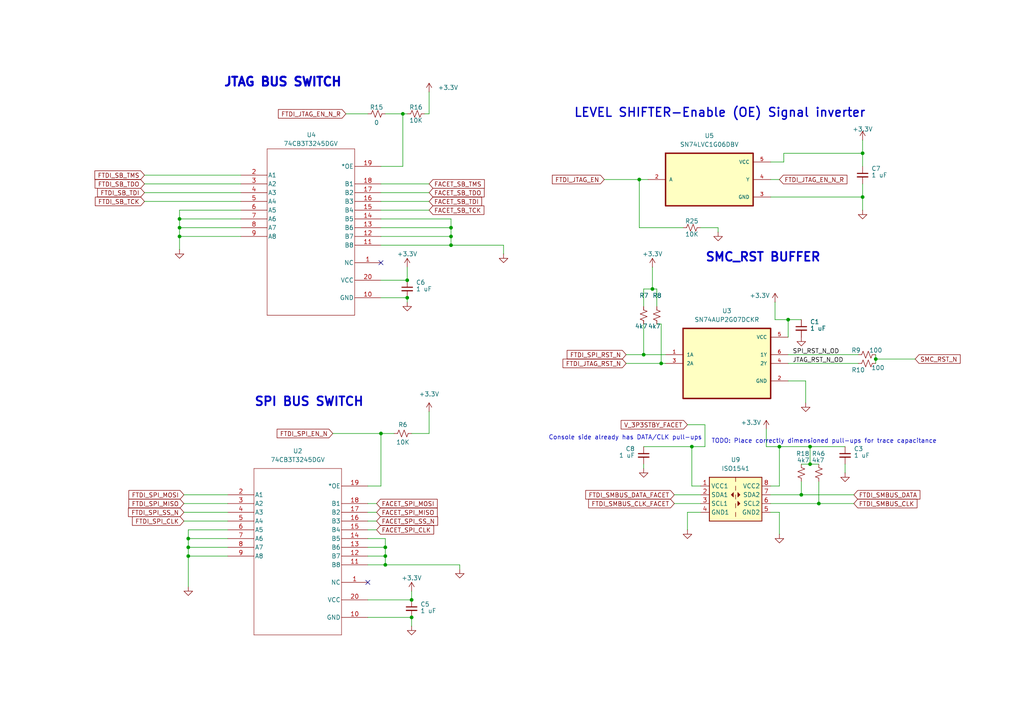
<source format=kicad_sch>
(kicad_sch (version 20250114) (generator "eeschema") (generator_version "9.0")
  (paper "A4")
  (lib_symbols
    (symbol "2024-05-02_01-26-28:SN74CB3T3245DGVR" (pin_names (offset 0.254))
      (property "Reference" "U" (at 20.32 10.16 0))
      (property "Value" "SN74CB3T3245DGVR" (at 20.32 7.62 0))
      (symbol "SN74CB3T3245DGVR_0_1"
        (polyline (pts (xy 7.62 5.08) (xy 7.62 -43.18)) (stroke (width 0.127)))
        (polyline (pts (xy 7.62 -43.18) (xy 33.02 -43.18)) (stroke (width 0.127)))
        (polyline (pts (xy 33.02 5.08) (xy 7.62 5.08)) (stroke (width 0.127)))
        (polyline (pts (xy 33.02 -43.18) (xy 33.02 5.08)) (stroke (width 0.127)))
        (pin input line (at 0 0 0) (length 7.62) (name "*OE") (number "19"))
        (pin bidirectional line (at 0 -5.08 0) (length 7.62) (name "B1") (number "18"))
        (pin bidirectional line (at 0 -7.62 0) (length 7.62) (name "B2") (number "17"))
        (pin bidirectional line (at 0 -10.16 0) (length 7.62) (name "B3") (number "16"))
        (pin bidirectional line (at 0 -12.7 0) (length 7.62) (name "B4") (number "15"))
        (pin bidirectional line (at 0 -15.24 0) (length 7.62) (name "B5") (number "14"))
        (pin bidirectional line (at 0 -17.78 0) (length 7.62) (name "B6") (number "13"))
        (pin bidirectional line (at 0 -20.32 0) (length 7.62) (name "B7") (number "12"))
        (pin bidirectional line (at 0 -22.86 0) (length 7.62) (name "B8") (number "11"))
        (pin unspecified line (at 0 -27.94 0) (length 7.62) (name "NC") (number "1"))
        (pin power_in line (at 0 -33.02 0) (length 7.62) (name "VCC") (number "20"))
        (pin power_in line (at 0 -38.1 0) (length 7.62) (name "GND") (number "10"))
        (pin bidirectional line (at 40.64 -2.54 180) (length 7.62) (name "A1") (number "2"))
        (pin bidirectional line (at 40.64 -5.08 180) (length 7.62) (name "A2") (number "3"))
        (pin bidirectional line (at 40.64 -7.62 180) (length 7.62) (name "A3") (number "4"))
        (pin bidirectional line (at 40.64 -10.16 180) (length 7.62) (name "A4") (number "5"))
        (pin bidirectional line (at 40.64 -12.7 180) (length 7.62) (name "A5") (number "6"))
        (pin bidirectional line (at 40.64 -15.24 180) (length 7.62) (name "A6") (number "7"))
        (pin bidirectional line (at 40.64 -17.78 180) (length 7.62) (name "A7") (number "8"))
        (pin bidirectional line (at 40.64 -20.32 180) (length 7.62) (name "A8") (number "9"))
      )
    )
    (symbol "Device:C_Small" (pin_numbers (hide yes)) (pin_names (offset 0.254) (hide yes))
      (property "Reference" "C" (at 0.254 1.778 0))
      (property "Value" "C_Small" (at 0.254 -2.032 0))
      (symbol "C_Small_0_1"
        (polyline (pts (xy -1.524 0.508) (xy 1.524 0.508)) (stroke (width 0.3048)))
        (polyline (pts (xy -1.524 -0.508) (xy 1.524 -0.508)) (stroke (width 0.3302)))
      )
      (symbol "C_Small_1_1"
        (pin passive line (at 0 2.54 270) (length 2.032) (name "~") (number "1"))
        (pin passive line (at 0 -2.54 90) (length 2.032) (name "~") (number "2"))
      )
    )
    (symbol "Device:R_Small_US" (pin_numbers (hide yes)) (pin_names (offset 0.254) (hide yes))
      (property "Reference" "R" (at 0.762 0.508 0))
      (property "Value" "R_Small_US" (at 0.762 -1.016 0))
      (symbol "R_Small_US_1_1"
        (polyline (pts (xy 0 1.524) (xy 1.016 1.143) (xy 0 0.762) (xy -1.016 0.381) (xy 0 0)))
        (polyline (pts (xy 0 0) (xy 1.016 -0.381) (xy 0 -0.762) (xy -1.016 -1.143) (xy 0 -1.524)))
        (pin passive line (at 0 2.54 270) (length 1.016) (name "~") (number "1"))
        (pin passive line (at 0 -2.54 90) (length 1.016) (name "~") (number "2"))
      )
    )
    (symbol "Isolator:ISO1541"
      (property "Reference" "U" (at -6.35 6.35 0))
      (property "Value" "ISO1541" (at 3.81 6.35 0))
      (symbol "ISO1541_0_1"
        (rectangle (start -7.62 5.08) (end 7.62 -7.62) (stroke (width 0.254)) (fill (type background)))
        (polyline (pts (xy -0.635 0.635) (xy -1.27 0) (xy -0.635 -0.635) (xy -0.635 0.635)) (fill (type outline)))
        (polyline (pts (xy 0 5.08) (xy 0 3.81)))
        (polyline (pts (xy 0 2.54) (xy 0 1.27)))
        (polyline (pts (xy 0 0) (xy 0 -1.27)))
        (polyline (pts (xy 0 -2.54) (xy 0 -3.81)))
        (rectangle (start 0 -5.08) (end 0 -6.35))
        (polyline (pts (xy 0.635 0.635) (xy 1.27 0) (xy 0.635 -0.635) (xy 0.635 0.635)) (fill (type outline)))
        (polyline (pts (xy 0.635 -1.905) (xy 1.27 -2.54) (xy 0.635 -3.175) (xy 0.635 -1.905)) (fill (type outline)))
      )
      (symbol "ISO1541_1_1"
        (pin power_in line (at -10.16 2.54 0) (length 2.54) (name "VCC1") (number "1"))
        (pin bidirectional line (at -10.16 0 0) (length 2.54) (name "SDA1") (number "2"))
        (pin input line (at -10.16 -2.54 0) (length 2.54) (name "SCL1") (number "3"))
        (pin power_in line (at -10.16 -5.08 0) (length 2.54) (name "GND1") (number "4"))
        (pin power_in line (at 10.16 2.54 180) (length 2.54) (name "VCC2") (number "8"))
        (pin bidirectional line (at 10.16 0 180) (length 2.54) (name "SDA2") (number "7"))
        (pin output line (at 10.16 -2.54 180) (length 2.54) (name "SCL2") (number "6"))
        (pin power_in line (at 10.16 -5.08 180) (length 2.54) (name "GND2") (number "5"))
      )
    )
    (symbol "SN74AUP2G07DCKR:SN74AUP2G07DCKR" (pin_names (offset 1.016))
      (property "Reference" "U" (at -12.7 11.16 0))
      (property "Value" "SN74AUP2G07DCKR" (at -12.7 -14.16 0))
      (symbol "SN74AUP2G07DCKR_0_0"
        (rectangle (start -12.7 -10.16) (end 12.7 10.16) (stroke (width 0.41)) (fill (type background)))
        (pin input line (at -17.78 2.54 0) (length 5.08) (name "1A") (number "1"))
        (pin input line (at -17.78 0 0) (length 5.08) (name "2A") (number "3"))
        (pin power_in line (at 17.78 7.62 180) (length 5.08) (name "VCC") (number "5"))
        (pin output line (at 17.78 2.54 180) (length 5.08) (name "1Y") (number "6"))
        (pin output line (at 17.78 0 180) (length 5.08) (name "2Y") (number "4"))
        (pin power_in line (at 17.78 -5.08 180) (length 5.08) (name "GND") (number "2"))
      )
    )
    (symbol "SN74LVC1G06DCKR:SN74LVC1G06DCKR" (pin_names (offset 1.016))
      (property "Reference" "U" (at -12.7 8.62 0))
      (property "Value" "SN74LVC1G06DCKR" (at -12.7 -11.62 0))
      (symbol "SN74LVC1G06DCKR_0_0"
        (rectangle (start -12.7 -7.62) (end 12.7 7.62) (stroke (width 0.41)) (fill (type background)))
        (pin input line (at -17.78 0 0) (length 5.08) (name "A") (number "2"))
        (pin power_in line (at 17.78 5.08 180) (length 5.08) (name "VCC") (number "5"))
        (pin output line (at 17.78 0 180) (length 5.08) (name "Y") (number "4"))
        (pin power_in line (at 17.78 -5.08 180) (length 5.08) (name "GND") (number "3"))
      )
    )
    (symbol "power:+3.3V" (power) (pin_numbers (hide yes)) (pin_names (offset 0) (hide yes))
      (property "Value" "+3.3V" (at 0 3.556 0))
      (symbol "+3.3V_0_1"
        (polyline (pts (xy -0.762 1.27) (xy 0 2.54)))
        (polyline (pts (xy 0 2.54) (xy 0.762 1.27)))
        (polyline (pts (xy 0 0) (xy 0 2.54)))
      )
      (symbol "+3.3V_1_1"
        (pin power_in line (at 0 0 90) (length 0) (name "~") (number "1"))
      )
    )
    (symbol "power:GND" (power) (pin_numbers (hide yes)) (pin_names (offset 0) (hide yes))
      (property "Value" "GND" (at 0 -3.81 0))
      (symbol "GND_0_1"
        (polyline (pts (xy 0 0) (xy 0 -1.27) (xy 1.27 -1.27) (xy 0 -2.54) (xy -1.27 -1.27) (xy 0 -1.27)))
      )
      (symbol "GND_1_1"
        (pin power_in line (at 0 0 270) (length 0) (name "~") (number "1"))
      )
    )
  )
  (text "SMC_RST BUFFER" (at 204.47 76.2 0) (effects (font (size 2.54 2.54) (bold yes)) (justify left bottom)))
  (text "SPI BUS SWITCH" (at 73.66 118.11 0) (effects (font (size 2.54 2.54) (bold yes)) (justify left bottom)))
  (text "TODO: Place correctly dimensioned pull-ups for trace capacitance" (at 239.014 128.016 0) (effects (font (size 1.27 1.27))))
  (text "LEVEL SHIFTER-Enable (OE) Signal inverter" (at 166.37 34.29 0) (effects (font (size 2.54 2.54) (thickness 0.4) (bold yes)) (justify left bottom)))
  (text "JTAG BUS SWITCH" (at 64.77 25.4 0) (effects (font (size 2.54 2.54) (thickness 0.6) (bold yes)) (justify left bottom)))
  (text "Console side already has DATA/CLK pull-ups" (at 181.356 127 0) (effects (font (size 1.27 1.27))))
  (junction (at 234.95 129.54))
  (junction (at 52.07 63.5))
  (junction (at 119.38 173.99))
  (junction (at 116.84 33.02))
  (junction (at 110.49 125.73))
  (junction (at 52.07 66.04))
  (junction (at 111.76 161.29))
  (junction (at 130.81 68.58))
  (junction (at 111.76 158.75))
  (junction (at 226.06 129.54))
  (junction (at 54.61 158.75))
  (junction (at 186.69 102.87))
  (junction (at 232.41 143.51))
  (junction (at 119.38 179.07))
  (junction (at 130.81 66.04))
  (junction (at 237.49 146.05))
  (junction (at 54.61 161.29))
  (junction (at 54.61 156.21))
  (junction (at 130.81 71.12))
  (junction (at 228.6 92.71))
  (junction (at 118.11 86.36))
  (junction (at 111.76 163.83))
  (junction (at 200.66 129.54))
  (junction (at 234.95 134.62))
  (junction (at 254 104.14))
  (junction (at 185.42 52.07))
  (junction (at 250.19 44.45))
  (junction (at 189.23 83.82))
  (junction (at 250.19 57.15))
  (junction (at 118.11 81.28))
  (junction (at 52.07 68.58))
  (junction (at 191.77 105.41))
  (no_connect (at 106.68 168.91))
  (no_connect (at 110.49 76.2))
  (wire (pts (xy 54.61 156.21) (xy 54.61 153.67)))
  (wire (pts (xy 234.95 129.54) (xy 234.95 134.62)))
  (wire (pts (xy 250.19 53.34) (xy 250.19 57.15)))
  (wire (pts (xy 186.69 93.98) (xy 186.69 102.87)))
  (wire (pts (xy 234.95 134.62) (xy 237.49 134.62)))
  (wire (pts (xy 119.38 125.73) (xy 124.46 125.73)))
  (wire (pts (xy 106.68 156.21) (xy 111.76 156.21)))
  (wire (pts (xy 191.77 93.98) (xy 190.5 93.98)))
  (wire (pts (xy 110.49 71.12) (xy 130.81 71.12)))
  (wire (pts (xy 254 104.14) (xy 254 105.41)))
  (wire (pts (xy 204.47 129.54) (xy 200.66 129.54)))
  (wire (pts (xy 223.52 143.51) (xy 232.41 143.51)))
  (wire (pts (xy 228.6 102.87) (xy 248.92 102.87)))
  (wire (pts (xy 250.19 57.15) (xy 250.19 60.96)))
  (wire (pts (xy 110.49 63.5) (xy 130.81 63.5)))
  (wire (pts (xy 130.81 63.5) (xy 130.81 66.04)))
  (wire (pts (xy 175.26 52.07) (xy 185.42 52.07)))
  (wire (pts (xy 237.49 139.7) (xy 237.49 146.05)))
  (wire (pts (xy 53.34 148.59) (xy 66.04 148.59)))
  (wire (pts (xy 186.69 83.82) (xy 189.23 83.82)))
  (wire (pts (xy 226.06 148.59) (xy 226.06 154.94)))
  (wire (pts (xy 223.52 148.59) (xy 226.06 148.59)))
  (wire (pts (xy 110.49 140.97) (xy 110.49 125.73)))
  (wire (pts (xy 124.46 33.02) (xy 124.46 26.67)))
  (wire (pts (xy 52.07 68.58) (xy 69.85 68.58)))
  (wire (pts (xy 223.52 57.15) (xy 250.19 57.15)))
  (wire (pts (xy 224.79 92.71) (xy 228.6 92.71)))
  (wire (pts (xy 54.61 156.21) (xy 54.61 158.75)))
  (wire (pts (xy 208.28 66.04) (xy 208.28 67.31)))
  (wire (pts (xy 106.68 163.83) (xy 111.76 163.83)))
  (wire (pts (xy 53.34 146.05) (xy 66.04 146.05)))
  (wire (pts (xy 110.49 60.96) (xy 124.46 60.96)))
  (wire (pts (xy 53.34 151.13) (xy 66.04 151.13)))
  (wire (pts (xy 110.49 55.88) (xy 124.46 55.88)))
  (wire (pts (xy 186.69 88.9) (xy 186.69 83.82)))
  (wire (pts (xy 224.79 87.63) (xy 224.79 92.71)))
  (wire (pts (xy 119.38 171.45) (xy 119.38 173.99)))
  (wire (pts (xy 130.81 71.12) (xy 130.81 68.58)))
  (wire (pts (xy 54.61 161.29) (xy 66.04 161.29)))
  (wire (pts (xy 204.47 123.19) (xy 204.47 129.54)))
  (wire (pts (xy 118.11 87.63) (xy 118.11 86.36)))
  (wire (pts (xy 186.69 134.62) (xy 186.69 135.89)))
  (wire (pts (xy 52.07 63.5) (xy 52.07 66.04)))
  (wire (pts (xy 222.25 129.54) (xy 226.06 129.54)))
  (wire (pts (xy 96.52 125.73) (xy 110.49 125.73)))
  (wire (pts (xy 111.76 156.21) (xy 111.76 158.75)))
  (wire (pts (xy 106.68 161.29) (xy 111.76 161.29)))
  (wire (pts (xy 186.69 102.87) (xy 193.04 102.87)))
  (wire (pts (xy 228.6 92.71) (xy 228.6 97.79)))
  (wire (pts (xy 250.19 48.26) (xy 250.19 44.45)))
  (wire (pts (xy 116.84 48.26) (xy 116.84 33.02)))
  (wire (pts (xy 189.23 77.47) (xy 189.23 83.82)))
  (wire (pts (xy 118.11 77.47) (xy 118.11 81.28)))
  (wire (pts (xy 227.33 44.45) (xy 227.33 46.99)))
  (wire (pts (xy 41.91 58.42) (xy 69.85 58.42)))
  (wire (pts (xy 227.33 46.99) (xy 223.52 46.99)))
  (wire (pts (xy 223.52 146.05) (xy 237.49 146.05)))
  (wire (pts (xy 226.06 129.54) (xy 234.95 129.54)))
  (wire (pts (xy 245.11 134.62) (xy 245.11 137.16)))
  (wire (pts (xy 133.35 163.83) (xy 133.35 165.1)))
  (wire (pts (xy 110.49 66.04) (xy 130.81 66.04)))
  (wire (pts (xy 191.77 105.41) (xy 193.04 105.41)))
  (wire (pts (xy 195.58 143.51) (xy 203.2 143.51)))
  (wire (pts (xy 185.42 52.07) (xy 187.96 52.07)))
  (wire (pts (xy 191.77 93.98) (xy 191.77 105.41)))
  (wire (pts (xy 110.49 53.34) (xy 124.46 53.34)))
  (wire (pts (xy 222.25 124.46) (xy 222.25 129.54)))
  (wire (pts (xy 52.07 60.96) (xy 52.07 63.5)))
  (wire (pts (xy 130.81 71.12) (xy 146.05 71.12)))
  (wire (pts (xy 195.58 146.05) (xy 203.2 146.05)))
  (wire (pts (xy 106.68 151.13) (xy 109.22 151.13)))
  (wire (pts (xy 111.76 158.75) (xy 111.76 161.29)))
  (wire (pts (xy 52.07 68.58) (xy 52.07 72.39)))
  (wire (pts (xy 118.11 33.02) (xy 116.84 33.02)))
  (wire (pts (xy 41.91 55.88) (xy 69.85 55.88)))
  (wire (pts (xy 110.49 125.73) (xy 114.3 125.73)))
  (wire (pts (xy 52.07 66.04) (xy 52.07 68.58)))
  (wire (pts (xy 106.68 140.97) (xy 110.49 140.97)))
  (wire (pts (xy 119.38 179.07) (xy 119.38 181.61)))
  (wire (pts (xy 233.68 110.49) (xy 233.68 116.84)))
  (wire (pts (xy 199.39 148.59) (xy 199.39 153.67)))
  (wire (pts (xy 233.68 110.49) (xy 228.6 110.49)))
  (wire (pts (xy 52.07 63.5) (xy 69.85 63.5)))
  (wire (pts (xy 198.12 66.04) (xy 185.42 66.04)))
  (wire (pts (xy 234.95 129.54) (xy 245.11 129.54)))
  (wire (pts (xy 228.6 105.41) (xy 248.92 105.41)))
  (wire (pts (xy 226.06 129.54) (xy 226.06 140.97)))
  (wire (pts (xy 237.49 146.05) (xy 247.65 146.05)))
  (wire (pts (xy 232.41 139.7) (xy 232.41 143.51)))
  (wire (pts (xy 203.2 148.59) (xy 199.39 148.59)))
  (wire (pts (xy 250.19 40.64) (xy 250.19 44.45)))
  (wire (pts (xy 228.6 92.71) (xy 232.41 92.71)))
  (wire (pts (xy 254 104.14) (xy 254 102.87)))
  (wire (pts (xy 54.61 153.67) (xy 66.04 153.67)))
  (wire (pts (xy 54.61 161.29) (xy 54.61 170.18)))
  (wire (pts (xy 111.76 33.02) (xy 116.84 33.02)))
  (wire (pts (xy 110.49 58.42) (xy 124.46 58.42)))
  (wire (pts (xy 54.61 156.21) (xy 66.04 156.21)))
  (wire (pts (xy 52.07 66.04) (xy 69.85 66.04)))
  (wire (pts (xy 185.42 66.04) (xy 185.42 52.07)))
  (wire (pts (xy 106.68 158.75) (xy 111.76 158.75)))
  (wire (pts (xy 106.68 173.99) (xy 119.38 173.99)))
  (wire (pts (xy 111.76 161.29) (xy 111.76 163.83)))
  (wire (pts (xy 110.49 81.28) (xy 118.11 81.28)))
  (wire (pts (xy 106.68 148.59) (xy 109.22 148.59)))
  (wire (pts (xy 110.49 86.36) (xy 118.11 86.36)))
  (wire (pts (xy 181.61 102.87) (xy 186.69 102.87)))
  (wire (pts (xy 223.52 52.07) (xy 226.06 52.07)))
  (wire (pts (xy 254 104.14) (xy 265.43 104.14)))
  (wire (pts (xy 111.76 163.83) (xy 133.35 163.83)))
  (wire (pts (xy 100.33 33.02) (xy 106.68 33.02)))
  (wire (pts (xy 109.22 146.05) (xy 106.68 146.05)))
  (wire (pts (xy 54.61 158.75) (xy 66.04 158.75)))
  (wire (pts (xy 203.2 66.04) (xy 208.28 66.04)))
  (wire (pts (xy 203.2 140.97) (xy 200.66 140.97)))
  (wire (pts (xy 123.19 33.02) (xy 124.46 33.02)))
  (wire (pts (xy 227.33 44.45) (xy 250.19 44.45)))
  (wire (pts (xy 130.81 66.04) (xy 130.81 68.58)))
  (wire (pts (xy 52.07 60.96) (xy 69.85 60.96)))
  (wire (pts (xy 41.91 53.34) (xy 69.85 53.34)))
  (wire (pts (xy 232.41 134.62) (xy 234.95 134.62)))
  (wire (pts (xy 190.5 83.82) (xy 190.5 88.9)))
  (wire (pts (xy 232.41 143.51) (xy 247.65 143.51)))
  (wire (pts (xy 146.05 71.12) (xy 146.05 73.66)))
  (wire (pts (xy 53.34 143.51) (xy 66.04 143.51)))
  (wire (pts (xy 181.61 105.41) (xy 191.77 105.41)))
  (wire (pts (xy 54.61 158.75) (xy 54.61 161.29)))
  (wire (pts (xy 223.52 140.97) (xy 226.06 140.97)))
  (wire (pts (xy 200.66 129.54) (xy 200.66 140.97)))
  (wire (pts (xy 124.46 125.73) (xy 124.46 119.38)))
  (wire (pts (xy 110.49 68.58) (xy 130.81 68.58)))
  (wire (pts (xy 189.23 83.82) (xy 190.5 83.82)))
  (wire (pts (xy 200.66 129.54) (xy 186.69 129.54)))
  (wire (pts (xy 109.22 153.67) (xy 106.68 153.67)))
  (wire (pts (xy 41.91 50.8) (xy 69.85 50.8)))
  (wire (pts (xy 110.49 48.26) (xy 116.84 48.26)))
  (wire (pts (xy 106.68 179.07) (xy 119.38 179.07)))
  (wire (pts (xy 199.39 123.19) (xy 204.47 123.19)))
  (label "JTAG_RST_N_OD" (at 229.87 105.41 0))
  (label "SPI_RST_N_OD" (at 229.87 102.87 0))
  (global_label "FACET_SB_TMS" (shape input) (at 124.46 53.34 0) (property "Intersheetrefs" "${INTERSHEET_REFS}" (effects (hide yes))))
  (global_label "FTDI_SMBUS_CLK_FACET" (shape input) (at 195.58 146.05 180) (property "Intersheetrefs" "${INTERSHEET_REFS}" (effects (hide yes))))
  (global_label "FTDI_JTAG_EN_N_R" (shape input) (at 100.33 33.02 180) (property "Intersheetrefs" "${INTERSHEET_REFS}" (effects (hide yes))))
  (global_label "FACET_SB_TDO" (shape input) (at 124.46 55.88 0) (property "Intersheetrefs" "${INTERSHEET_REFS}" (effects (hide yes))))
  (global_label "FACET_SPI_MOSI" (shape input) (at 109.22 146.05 0) (property "Intersheetrefs" "${INTERSHEET_REFS}" (effects (hide yes))))
  (global_label "FTDI_JTAG_RST_N" (shape input) (at 181.61 105.41 180) (property "Intersheetrefs" "${INTERSHEET_REFS}" (effects (hide yes))))
  (global_label "FTDI_SMBUS_DATA" (shape input) (at 247.65 143.51 0) (property "Intersheetrefs" "${INTERSHEET_REFS}" (effects (hide yes))))
  (global_label "FTDI_SPI_MISO" (shape input) (at 53.34 146.05 180) (property "Intersheetrefs" "${INTERSHEET_REFS}" (effects (hide yes))))
  (global_label "FACET_SB_TCK" (shape input) (at 124.46 60.96 0) (property "Intersheetrefs" "${INTERSHEET_REFS}" (effects (hide yes))))
  (global_label "FACET_SPI_SS_N" (shape input) (at 109.22 151.13 0) (property "Intersheetrefs" "${INTERSHEET_REFS}" (effects (hide yes))))
  (global_label "FTDI_JTAG_EN" (shape input) (at 175.26 52.07 180) (property "Intersheetrefs" "${INTERSHEET_REFS}" (effects (hide yes))))
  (global_label "FTDI_SB_TDO" (shape input) (at 41.91 53.34 180) (property "Intersheetrefs" "${INTERSHEET_REFS}" (effects (hide yes))))
  (global_label "FTDI_SPI_RST_N" (shape input) (at 181.61 102.87 180) (property "Intersheetrefs" "${INTERSHEET_REFS}" (effects (hide yes))))
  (global_label "SMC_RST_N" (shape input) (at 265.43 104.14 0) (property "Intersheetrefs" "${INTERSHEET_REFS}" (effects (hide yes))))
  (global_label "FTDI_JTAG_EN_N_R" (shape input) (at 226.06 52.07 0) (property "Intersheetrefs" "${INTERSHEET_REFS}" (effects (hide yes))))
  (global_label "FTDI_SPI_MOSI" (shape input) (at 53.34 143.51 180) (property "Intersheetrefs" "${INTERSHEET_REFS}" (effects (hide yes))))
  (global_label "FTDI_SPI_CLK" (shape input) (at 53.34 151.13 180) (property "Intersheetrefs" "${INTERSHEET_REFS}" (effects (hide yes))))
  (global_label "FACET_SPI_CLK" (shape input) (at 109.22 153.67 0) (property "Intersheetrefs" "${INTERSHEET_REFS}" (effects (hide yes))))
  (global_label "FACET_SB_TDI" (shape input) (at 124.46 58.42 0) (property "Intersheetrefs" "${INTERSHEET_REFS}" (effects (hide yes))))
  (global_label "FTDI_SB_TDI" (shape input) (at 41.91 55.88 180) (property "Intersheetrefs" "${INTERSHEET_REFS}" (effects (hide yes))))
  (global_label "FTDI_SPI_SS_N" (shape input) (at 53.34 148.59 180) (property "Intersheetrefs" "${INTERSHEET_REFS}" (effects (hide yes))))
  (global_label "FTDI_SMBUS_CLK" (shape input) (at 247.65 146.05 0) (property "Intersheetrefs" "${INTERSHEET_REFS}" (effects (hide yes))))
  (global_label "FTDI_SB_TCK" (shape input) (at 41.91 58.42 180) (property "Intersheetrefs" "${INTERSHEET_REFS}" (effects (hide yes))))
  (global_label "FTDI_SMBUS_DATA_FACET" (shape input) (at 195.58 143.51 180) (property "Intersheetrefs" "${INTERSHEET_REFS}" (effects (hide yes))))
  (global_label "FTDI_SB_TMS" (shape input) (at 41.91 50.8 180) (property "Intersheetrefs" "${INTERSHEET_REFS}" (effects (hide yes))))
  (global_label "FTDI_SPI_EN_N" (shape input) (at 96.52 125.73 180) (property "Intersheetrefs" "${INTERSHEET_REFS}" (effects (hide yes))))
  (global_label "V_3P3STBY_FACET" (shape input) (at 199.39 123.19 180) (property "Intersheetrefs" "${INTERSHEET_REFS}" (effects (hide yes))))
  (global_label "FACET_SPI_MISO" (shape input) (at 109.22 148.59 0) (property "Intersheetrefs" "${INTERSHEET_REFS}" (effects (hide yes))))
  (symbol (lib_id "Device:R_Small_US") (at 190.5 91.44 0) (unit 1)
    (property "Reference" "R8" (at 189.23 85.725 0) (effects (justify left)))
    (property "Value" "4k7" (at 187.96 94.615 0) (effects (justify left)))
    (property "Footprint" "Resistor_SMD:R_0402_1005Metric" (effects (hide yes)))
    (property "Description" "Resistor, small US symbol" (effects (hide yes)))
    (property "LCSC" "C25900" (effects (hide yes)))
  )
  (symbol (lib_id "power:+3.3V") (at 222.25 124.46 0) (unit 1)
    (property "Reference" "#PWR048" (effects (hide yes)))
    (property "Value" "+3.3V" (at 217.805 122.555 0))
    (property "Description" "Power symbol creates a global label with name \"+3.3V\"" (effects (hide yes)))
  )
  (symbol (lib_id "Device:C_Small") (at 119.38 176.53 0) (unit 1)
    (property "Reference" "C5" (at 121.92 175.26 0) (effects (justify left)))
    (property "Value" "1 uF" (at 121.92 177.165 0) (effects (justify left)))
    (property "Footprint" "Capacitor_SMD:C_0603_1608Metric" (effects (hide yes)))
    (property "Description" "Unpolarized capacitor, small symbol" (effects (hide yes)))
    (property "LCSC" "C29936" (effects (hide yes)))
  )
  (symbol (lib_id "Device:C_Small") (at 245.11 132.08 0) (unit 1)
    (property "Reference" "C3" (at 247.65 130.175 0) (effects (justify left)))
    (property "Value" "1 uF" (at 247.65 132.08 0) (effects (justify left)))
    (property "Footprint" "Capacitor_SMD:C_0603_1608Metric" (effects (hide yes)))
    (property "Description" "Unpolarized capacitor, small symbol" (effects (hide yes)))
    (property "LCSC" "C29936" (effects (hide yes)))
  )
  (symbol (lib_id "power:GND") (at 119.38 181.61 0) (unit 1)
    (property "Reference" "#PWR03" (effects (hide yes)))
    (property "Value" "Earth" (effects (hide yes)))
    (property "Description" "Power symbol creates a global label with name \"GND\" , ground" (effects (hide yes)))
  )
  (symbol (lib_id "Device:R_Small_US") (at 186.69 91.44 0) (unit 1)
    (property "Reference" "R7" (at 185.42 85.725 0) (effects (justify left)))
    (property "Value" "4k7" (at 184.15 94.615 0) (effects (justify left)))
    (property "Footprint" "Resistor_SMD:R_0402_1005Metric" (effects (hide yes)))
    (property "Description" "Resistor, small US symbol" (effects (hide yes)))
    (property "LCSC" "C25900" (effects (hide yes)))
  )
  (symbol (lib_id "Device:R_Small_US") (at 120.65 33.02 90) (unit 1)
    (property "Reference" "R16" (at 120.65 31.115 90))
    (property "Value" "10K" (at 120.65 34.925 90))
    (property "Footprint" "Resistor_SMD:R_0402_1005Metric" (effects (hide yes)))
    (property "Description" "Resistor, small US symbol" (effects (hide yes)))
    (property "LCSC" "C25744" (effects (hide yes)))
  )
  (symbol (lib_id "Device:R_Small_US") (at 232.41 137.16 0) (unit 1)
    (property "Reference" "R18" (at 230.886 131.572 0) (effects (justify left)))
    (property "Value" "4k7" (at 231.14 133.477 0) (effects (justify left)))
    (property "Footprint" "Resistor_SMD:R_0402_1005Metric" (effects (hide yes)))
    (property "Description" "Resistor, small US symbol" (effects (hide yes)))
    (property "LCSC" "C25900" (effects (hide yes)))
  )
  (symbol (lib_id "power:GND") (at 133.35 165.1 0) (unit 1)
    (property "Reference" "#PWR018" (effects (hide yes)))
    (property "Value" "Earth" (effects (hide yes)))
    (property "Description" "Power symbol creates a global label with name \"GND\" , ground" (effects (hide yes)))
  )
  (symbol (lib_id "Device:R_Small_US") (at 237.49 137.16 0) (unit 1)
    (property "Reference" "R46" (at 235.458 131.572 0) (effects (justify left)))
    (property "Value" "4k7" (at 235.458 133.477 0) (effects (justify left)))
    (property "Footprint" "Resistor_SMD:R_0402_1005Metric" (effects (hide yes)))
    (property "Description" "Resistor, small US symbol" (effects (hide yes)))
    (property "LCSC" "C25900" (effects (hide yes)))
  )
  (symbol (lib_id "Device:C_Small") (at 118.11 83.82 0) (unit 1)
    (property "Reference" "C6" (at 120.65 81.915 0) (effects (justify left)))
    (property "Value" "1 uF" (at 120.65 83.82 0) (effects (justify left)))
    (property "Footprint" "Capacitor_SMD:C_0603_1608Metric" (effects (hide yes)))
    (property "Description" "Unpolarized capacitor, small symbol" (effects (hide yes)))
    (property "LCSC" "C29936" (effects (hide yes)))
  )
  (symbol (lib_id "power:+3.3V") (at 224.79 87.63 0) (unit 1)
    (property "Reference" "#PWR08" (effects (hide yes)))
    (property "Value" "+3.3V" (at 220.345 85.725 0))
    (property "Description" "Power symbol creates a global label with name \"+3.3V\"" (effects (hide yes)))
  )
  (symbol (lib_id "power:GND") (at 52.07 72.39 0) (unit 1)
    (property "Reference" "#PWR05" (effects (hide yes)))
    (property "Value" "Earth" (effects (hide yes)))
    (property "Description" "Power symbol creates a global label with name \"GND\" , ground" (effects (hide yes)))
  )
  (symbol (lib_id "Device:R_Small_US") (at 116.84 125.73 90) (unit 1)
    (property "Reference" "R6" (at 116.84 123.19 90))
    (property "Value" "10K" (at 116.84 128.27 90))
    (property "Footprint" "Resistor_SMD:R_0402_1005Metric" (effects (hide yes)))
    (property "Description" "Resistor, small US symbol" (effects (hide yes)))
    (property "LCSC" "C25744" (effects (hide yes)))
  )
  (symbol (lib_id "Device:R_Small_US") (at 251.46 105.41 90) (unit 1)
    (property "Reference" "R10" (at 248.92 107.315 90))
    (property "Value" "100" (at 254.635 106.68 90))
    (property "Footprint" "Resistor_SMD:R_0402_1005Metric" (effects (hide yes)))
    (property "Description" "Resistor, small US symbol" (effects (hide yes)))
    (property "LCSC" "C25076" (effects (hide yes)))
  )
  (symbol (lib_id "power:GND") (at 250.19 60.96 0) (unit 1)
    (property "Reference" "#PWR034" (effects (hide yes)))
    (property "Value" "Earth" (effects (hide yes)))
    (property "Description" "Power symbol creates a global label with name \"GND\" , ground" (effects (hide yes)))
  )
  (symbol (lib_id "power:+3.3V") (at 189.23 77.47 0) (unit 1)
    (property "Reference" "#PWR07" (effects (hide yes)))
    (property "Value" "+3.3V" (at 189.23 73.66 0))
    (property "Description" "Power symbol creates a global label with name \"+3.3V\"" (effects (hide yes)))
  )
  (symbol (lib_id "Device:R_Small_US") (at 200.66 66.04 90) (unit 1)
    (property "Reference" "R25" (at 200.66 64.135 90))
    (property "Value" "10K" (at 200.66 67.945 90))
    (property "Footprint" "Resistor_SMD:R_0402_1005Metric" (effects (hide yes)))
    (property "Description" "Resistor, small US symbol" (effects (hide yes)))
    (property "LCSC" "C25744" (effects (hide yes)))
  )
  (symbol (lib_id "Device:R_Small_US") (at 251.46 102.87 90) (unit 1)
    (property "Reference" "R9" (at 248.285 101.6 90))
    (property "Value" "100" (at 254 101.6 90))
    (property "Footprint" "Resistor_SMD:R_0402_1005Metric" (effects (hide yes)))
    (property "Description" "Resistor, small US symbol" (effects (hide yes)))
    (property "LCSC" "C25076" (effects (hide yes)))
  )
  (symbol (lib_id "Device:C_Small") (at 232.41 95.25 0) (unit 1)
    (property "Reference" "C1" (at 234.95 93.345 0) (effects (justify left)))
    (property "Value" "1 uF" (at 234.95 95.25 0) (effects (justify left)))
    (property "Footprint" "Capacitor_SMD:C_0603_1608Metric" (effects (hide yes)))
    (property "Description" "Unpolarized capacitor, small symbol" (effects (hide yes)))
    (property "LCSC" "C29936" (effects (hide yes)))
  )
  (symbol (lib_id "power:GND") (at 232.41 97.79 0) (unit 1)
    (property "Reference" "#PWR09" (effects (hide yes)))
    (property "Value" "Earth" (effects (hide yes)))
    (property "Description" "Power symbol creates a global label with name \"GND\" , ground" (effects (hide yes)))
  )
  (symbol (lib_id "power:GND") (at 199.39 153.67 0) (unit 1)
    (property "Reference" "#PWR012" (effects (hide yes)))
    (property "Value" "Earth" (effects (hide yes)))
    (property "Description" "Power symbol creates a global label with name \"GND\" , ground" (effects (hide yes)))
  )
  (symbol (lib_id "2024-05-02_01-26-28:SN74CB3T3245DGVR") (at 110.49 48.26 0) (mirror y) (unit 1)
    (property "Reference" "U4" (at 91.694 39.116 0) (effects (justify left)))
    (property "Value" "74CB3T3245DGV" (at 98.044 41.656 0) (effects (justify left)))
    (property "Footprint" "SN74CB3T3245DGVR:DGV20" (effects (hide yes)))
    (property "Datasheet" "https://www.ti.com/lit/ds/symlink/sn74cb3t3245.pdf" (effects (hide yes)))
    (property "LCSC" "C15298" (effects (hide yes)))
  )
  (symbol (lib_id "SN74AUP2G07DCKR:SN74AUP2G07DCKR") (at 210.82 105.41 0) (unit 1)
    (property "Reference" "U3" (at 210.82 90.17 0))
    (property "Value" "SN74AUP2G07DCKR" (at 210.82 92.71 0))
    (property "Footprint" "SN74AUP2G07DCKR:SOT65P210X110-6N" (effects (hide yes)))
    (property "Datasheet" "https://www.ti.com/lit/gpn/sn74aup2g07" (effects (hide yes)))
    (property "LCSC" "C2682156" (effects (hide yes)))
    (property "MF" "Texas Instruments" (effects (hide yes)))
    (property "Description_1" "2-ch, 0.8-V to 3.6-V low power buffers with open-drain outputs" (effects (hide yes)))
    (property "Package" "SOT-SC70-6 Texas Instruments" (effects (hide yes)))
    (property "MP" "SN74AUP2G07DCKR" (effects (hide yes)))
    (property "Availability" "In Stock" (effects (hide yes)))
    (property "Check_prices" "https://www.snapeda.com/parts/SN74AUP2G07DCKR/Texas+Instruments/view-part/?ref=eda" (effects (hide yes)))
  )
  (symbol (lib_id "power:GND") (at 118.11 87.63 0) (unit 1)
    (property "Reference" "#PWR013" (effects (hide yes)))
    (property "Value" "Earth" (effects (hide yes)))
    (property "Description" "Power symbol creates a global label with name \"GND\" , ground" (effects (hide yes)))
  )
  (symbol (lib_id "power:GND") (at 186.69 135.89 0) (mirror y) (unit 1)
    (property "Reference" "#PWR050" (effects (hide yes)))
    (property "Value" "Earth" (effects (hide yes)))
    (property "Description" "Power symbol creates a global label with name \"GND\" , ground" (effects (hide yes)))
  )
  (symbol (lib_id "power:+3.3V") (at 124.46 26.67 0) (unit 1)
    (property "Reference" "#PWR015" (effects (hide yes)))
    (property "Value" "+3.3V" (at 127 25.3999 0) (effects (justify left)))
    (property "Description" "Power symbol creates a global label with name \"+3.3V\"" (effects (hide yes)))
  )
  (symbol (lib_id "power:+3.3V") (at 118.11 77.47 0) (unit 1)
    (property "Reference" "#PWR016" (effects (hide yes)))
    (property "Value" "+3.3V" (at 118.11 73.66 0))
    (property "Description" "Power symbol creates a global label with name \"+3.3V\"" (effects (hide yes)))
  )
  (symbol (lib_id "Device:R_Small_US") (at 109.22 33.02 90) (unit 1)
    (property "Reference" "R15" (at 109.22 31.115 90))
    (property "Value" "0" (at 109.22 35.56 90))
    (property "Footprint" "Resistor_SMD:R_0402_1005Metric" (effects (hide yes)))
    (property "Description" "Resistor, small US symbol" (effects (hide yes)))
    (property "LCSC" "C17168" (effects (hide yes)))
  )
  (symbol (lib_id "power:GND") (at 54.61 170.18 0) (unit 1)
    (property "Reference" "#PWR02" (effects (hide yes)))
    (property "Value" "Earth" (effects (hide yes)))
    (property "Description" "Power symbol creates a global label with name \"GND\" , ground" (effects (hide yes)))
  )
  (symbol (lib_id "power:+3.3V") (at 250.19 40.64 0) (unit 1)
    (property "Reference" "#PWR023" (effects (hide yes)))
    (property "Value" "+3.3V" (at 250.19 37.465 0))
    (property "Description" "Power symbol creates a global label with name \"+3.3V\"" (effects (hide yes)))
  )
  (symbol (lib_id "SN74LVC1G06DCKR:SN74LVC1G06DCKR") (at 205.74 52.07 0) (unit 1)
    (property "Reference" "U5" (at 205.74 39.37 0))
    (property "Value" "SN74LVC1G06DBV" (at 205.74 41.91 0))
    (property "Footprint" "SN74LVC1G06DCKR:SOT65P210X110-5N" (effects (hide yes)))
    (property "Datasheet" "https://www.ti.com/lit/gpn/sn74lvc1g06" (effects (hide yes)))
    (property "LCSC" "C840103" (effects (hide yes)))
    (property "MF" "Texas Instruments" (effects (hide yes)))
    (property "Description_1" "Single 1.65-V to 5.5-V inverter with open-drain outputs" (effects (hide yes)))
    (property "Package" "SC70-5 Texas Instruments" (effects (hide yes)))
    (property "MP" "SN74LVC1G06DCKR" (effects (hide yes)))
    (property "Availability" "In Stock" (effects (hide yes)))
    (property "Check_prices" "https://www.snapeda.com/parts/SN74LVC1G06DCKR/Texas+Instruments/view-part/?ref=eda" (effects (hide yes)))
  )
  (symbol (lib_id "power:GND") (at 245.11 137.16 0) (unit 1)
    (property "Reference" "#PWR049" (effects (hide yes)))
    (property "Value" "Earth" (effects (hide yes)))
    (property "Description" "Power symbol creates a global label with name \"GND\" , ground" (effects (hide yes)))
  )
  (symbol (lib_id "power:+3.3V") (at 119.38 171.45 0) (unit 1)
    (property "Reference" "#PWR017" (effects (hide yes)))
    (property "Value" "+3.3V" (at 119.38 167.64 0))
    (property "Description" "Power symbol creates a global label with name \"+3.3V\"" (effects (hide yes)))
  )
  (symbol (lib_id "Device:C_Small") (at 186.69 132.08 0) (mirror y) (unit 1)
    (property "Reference" "C8" (at 184.15 130.175 0) (effects (justify left)))
    (property "Value" "1 uF" (at 184.15 132.08 0) (effects (justify left)))
    (property "Footprint" "Capacitor_SMD:C_0603_1608Metric" (effects (hide yes)))
    (property "Description" "Unpolarized capacitor, small symbol" (effects (hide yes)))
    (property "LCSC" "C29936" (effects (hide yes)))
  )
  (symbol (lib_id "power:+3.3V") (at 124.46 119.38 0) (unit 1)
    (property "Reference" "#PWR04" (effects (hide yes)))
    (property "Value" "+3.3V" (at 124.46 114.3 0))
    (property "Description" "Power symbol creates a global label with name \"+3.3V\"" (effects (hide yes)))
  )
  (symbol (lib_id "2024-05-02_01-26-28:SN74CB3T3245DGVR") (at 106.68 140.97 0) (mirror y) (unit 1)
    (property "Reference" "U2" (at 86.36 130.81 0))
    (property "Value" "74CB3T3245DGV" (at 86.36 133.35 0))
    (property "Footprint" "SN74CB3T3245DGVR:DGV20" (effects (hide yes)))
    (property "Datasheet" "https://www.ti.com/lit/ds/symlink/sn74cb3t3245.pdf" (effects (hide yes)))
    (property "LCSC" "C15298" (effects (hide yes)))
  )
  (symbol (lib_id "power:GND") (at 146.05 73.66 0) (unit 1)
    (property "Reference" "#PWR052" (effects (hide yes)))
    (property "Value" "Earth" (effects (hide yes)))
    (property "Description" "Power symbol creates a global label with name \"GND\" , ground" (effects (hide yes)))
  )
  (symbol (lib_id "power:GND") (at 226.06 154.94 0) (unit 1)
    (property "Reference" "#PWR024" (effects (hide yes)))
    (property "Value" "Earth" (effects (hide yes)))
    (property "Description" "Power symbol creates a global label with name \"GND\" , ground" (effects (hide yes)))
  )
  (symbol (lib_id "Device:C_Small") (at 250.19 50.8 0) (unit 1)
    (property "Reference" "C7" (at 252.73 48.895 0) (effects (justify left)))
    (property "Value" "1 uF" (at 252.73 50.8 0) (effects (justify left)))
    (property "Footprint" "Capacitor_SMD:C_0603_1608Metric" (effects (hide yes)))
    (property "Description" "Unpolarized capacitor, small symbol" (effects (hide yes)))
    (property "LCSC" "C29936" (effects (hide yes)))
  )
  (symbol (lib_id "Isolator:ISO1541") (at 213.36 143.51 0) (unit 1)
    (property "Reference" "U9" (at 213.36 133.35 0))
    (property "Value" "ISO1541" (at 213.36 135.89 0))
    (property "Footprint" "Package_SO:SOIC-8_3.9x4.9mm_P1.27mm" (effects (hide yes)))
    (property "Datasheet" "http://www.ti.com/lit/ds/symlink/iso1541.pdf" (effects (hide yes)))
    (property "Description" "I2C Isolator, 2.5 kVrms, Unidirectional Clock, Bidirectional data, SOIC-8" (effects (hide yes)))
  )
  (symbol (lib_id "power:GND") (at 208.28 67.31 0) (unit 1)
    (property "Reference" "#PWR022" (effects (hide yes)))
    (property "Value" "Earth" (effects (hide yes)))
    (property "Description" "Power symbol creates a global label with name \"GND\" , ground" (effects (hide yes)))
  )
  (symbol (lib_id "power:GND") (at 233.68 116.84 0) (unit 1)
    (property "Reference" "#PWR010" (effects (hide yes)))
    (property "Value" "Earth" (effects (hide yes)))
    (property "Description" "Power symbol creates a global label with name \"GND\" , ground" (effects (hide yes)))
  )
)
</source>
